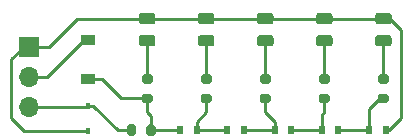
<source format=gbr>
G04 #@! TF.GenerationSoftware,KiCad,Pcbnew,(5.1.10)-1*
G04 #@! TF.CreationDate,2021-09-08T12:00:49+09:00*
G04 #@! TF.ProjectId,driver_v0.3,64726976-6572-45f7-9630-2e332e6b6963,rev?*
G04 #@! TF.SameCoordinates,Original*
G04 #@! TF.FileFunction,Copper,L1,Top*
G04 #@! TF.FilePolarity,Positive*
%FSLAX46Y46*%
G04 Gerber Fmt 4.6, Leading zero omitted, Abs format (unit mm)*
G04 Created by KiCad (PCBNEW (5.1.10)-1) date 2021-09-08 12:00:49*
%MOMM*%
%LPD*%
G01*
G04 APERTURE LIST*
G04 #@! TA.AperFunction,ComponentPad*
%ADD10O,1.700000X1.700000*%
G04 #@! TD*
G04 #@! TA.AperFunction,ComponentPad*
%ADD11R,1.700000X1.700000*%
G04 #@! TD*
G04 #@! TA.AperFunction,SMDPad,CuDef*
%ADD12R,0.450000X0.600000*%
G04 #@! TD*
G04 #@! TA.AperFunction,SMDPad,CuDef*
%ADD13R,0.600000X0.700000*%
G04 #@! TD*
G04 #@! TA.AperFunction,SMDPad,CuDef*
%ADD14R,1.200000X0.900000*%
G04 #@! TD*
G04 #@! TA.AperFunction,Conductor*
%ADD15C,0.250000*%
G04 #@! TD*
G04 APERTURE END LIST*
G04 #@! TA.AperFunction,SMDPad,CuDef*
G36*
G01*
X94725000Y-110425000D02*
X95275000Y-110425000D01*
G75*
G02*
X95475000Y-110625000I0J-200000D01*
G01*
X95475000Y-111025000D01*
G75*
G02*
X95275000Y-111225000I-200000J0D01*
G01*
X94725000Y-111225000D01*
G75*
G02*
X94525000Y-111025000I0J200000D01*
G01*
X94525000Y-110625000D01*
G75*
G02*
X94725000Y-110425000I200000J0D01*
G01*
G37*
G04 #@! TD.AperFunction*
G04 #@! TA.AperFunction,SMDPad,CuDef*
G36*
G01*
X94725000Y-108775000D02*
X95275000Y-108775000D01*
G75*
G02*
X95475000Y-108975000I0J-200000D01*
G01*
X95475000Y-109375000D01*
G75*
G02*
X95275000Y-109575000I-200000J0D01*
G01*
X94725000Y-109575000D01*
G75*
G02*
X94525000Y-109375000I0J200000D01*
G01*
X94525000Y-108975000D01*
G75*
G02*
X94725000Y-108775000I200000J0D01*
G01*
G37*
G04 #@! TD.AperFunction*
G04 #@! TA.AperFunction,SMDPad,CuDef*
G36*
G01*
X89725000Y-110425000D02*
X90275000Y-110425000D01*
G75*
G02*
X90475000Y-110625000I0J-200000D01*
G01*
X90475000Y-111025000D01*
G75*
G02*
X90275000Y-111225000I-200000J0D01*
G01*
X89725000Y-111225000D01*
G75*
G02*
X89525000Y-111025000I0J200000D01*
G01*
X89525000Y-110625000D01*
G75*
G02*
X89725000Y-110425000I200000J0D01*
G01*
G37*
G04 #@! TD.AperFunction*
G04 #@! TA.AperFunction,SMDPad,CuDef*
G36*
G01*
X89725000Y-108775000D02*
X90275000Y-108775000D01*
G75*
G02*
X90475000Y-108975000I0J-200000D01*
G01*
X90475000Y-109375000D01*
G75*
G02*
X90275000Y-109575000I-200000J0D01*
G01*
X89725000Y-109575000D01*
G75*
G02*
X89525000Y-109375000I0J200000D01*
G01*
X89525000Y-108975000D01*
G75*
G02*
X89725000Y-108775000I200000J0D01*
G01*
G37*
G04 #@! TD.AperFunction*
G04 #@! TA.AperFunction,SMDPad,CuDef*
G36*
G01*
X84725000Y-110425000D02*
X85275000Y-110425000D01*
G75*
G02*
X85475000Y-110625000I0J-200000D01*
G01*
X85475000Y-111025000D01*
G75*
G02*
X85275000Y-111225000I-200000J0D01*
G01*
X84725000Y-111225000D01*
G75*
G02*
X84525000Y-111025000I0J200000D01*
G01*
X84525000Y-110625000D01*
G75*
G02*
X84725000Y-110425000I200000J0D01*
G01*
G37*
G04 #@! TD.AperFunction*
G04 #@! TA.AperFunction,SMDPad,CuDef*
G36*
G01*
X84725000Y-108775000D02*
X85275000Y-108775000D01*
G75*
G02*
X85475000Y-108975000I0J-200000D01*
G01*
X85475000Y-109375000D01*
G75*
G02*
X85275000Y-109575000I-200000J0D01*
G01*
X84725000Y-109575000D01*
G75*
G02*
X84525000Y-109375000I0J200000D01*
G01*
X84525000Y-108975000D01*
G75*
G02*
X84725000Y-108775000I200000J0D01*
G01*
G37*
G04 #@! TD.AperFunction*
G04 #@! TA.AperFunction,SMDPad,CuDef*
G36*
G01*
X79725000Y-110425000D02*
X80275000Y-110425000D01*
G75*
G02*
X80475000Y-110625000I0J-200000D01*
G01*
X80475000Y-111025000D01*
G75*
G02*
X80275000Y-111225000I-200000J0D01*
G01*
X79725000Y-111225000D01*
G75*
G02*
X79525000Y-111025000I0J200000D01*
G01*
X79525000Y-110625000D01*
G75*
G02*
X79725000Y-110425000I200000J0D01*
G01*
G37*
G04 #@! TD.AperFunction*
G04 #@! TA.AperFunction,SMDPad,CuDef*
G36*
G01*
X79725000Y-108775000D02*
X80275000Y-108775000D01*
G75*
G02*
X80475000Y-108975000I0J-200000D01*
G01*
X80475000Y-109375000D01*
G75*
G02*
X80275000Y-109575000I-200000J0D01*
G01*
X79725000Y-109575000D01*
G75*
G02*
X79525000Y-109375000I0J200000D01*
G01*
X79525000Y-108975000D01*
G75*
G02*
X79725000Y-108775000I200000J0D01*
G01*
G37*
G04 #@! TD.AperFunction*
G04 #@! TA.AperFunction,SMDPad,CuDef*
G36*
G01*
X74725000Y-110425000D02*
X75275000Y-110425000D01*
G75*
G02*
X75475000Y-110625000I0J-200000D01*
G01*
X75475000Y-111025000D01*
G75*
G02*
X75275000Y-111225000I-200000J0D01*
G01*
X74725000Y-111225000D01*
G75*
G02*
X74525000Y-111025000I0J200000D01*
G01*
X74525000Y-110625000D01*
G75*
G02*
X74725000Y-110425000I200000J0D01*
G01*
G37*
G04 #@! TD.AperFunction*
G04 #@! TA.AperFunction,SMDPad,CuDef*
G36*
G01*
X74725000Y-108775000D02*
X75275000Y-108775000D01*
G75*
G02*
X75475000Y-108975000I0J-200000D01*
G01*
X75475000Y-109375000D01*
G75*
G02*
X75275000Y-109575000I-200000J0D01*
G01*
X74725000Y-109575000D01*
G75*
G02*
X74525000Y-109375000I0J200000D01*
G01*
X74525000Y-108975000D01*
G75*
G02*
X74725000Y-108775000I200000J0D01*
G01*
G37*
G04 #@! TD.AperFunction*
G04 #@! TA.AperFunction,SMDPad,CuDef*
G36*
G01*
X74925000Y-113775000D02*
X74925000Y-113225000D01*
G75*
G02*
X75125000Y-113025000I200000J0D01*
G01*
X75525000Y-113025000D01*
G75*
G02*
X75725000Y-113225000I0J-200000D01*
G01*
X75725000Y-113775000D01*
G75*
G02*
X75525000Y-113975000I-200000J0D01*
G01*
X75125000Y-113975000D01*
G75*
G02*
X74925000Y-113775000I0J200000D01*
G01*
G37*
G04 #@! TD.AperFunction*
G04 #@! TA.AperFunction,SMDPad,CuDef*
G36*
G01*
X73275000Y-113775000D02*
X73275000Y-113225000D01*
G75*
G02*
X73475000Y-113025000I200000J0D01*
G01*
X73875000Y-113025000D01*
G75*
G02*
X74075000Y-113225000I0J-200000D01*
G01*
X74075000Y-113775000D01*
G75*
G02*
X73875000Y-113975000I-200000J0D01*
G01*
X73475000Y-113975000D01*
G75*
G02*
X73275000Y-113775000I0J200000D01*
G01*
G37*
G04 #@! TD.AperFunction*
D10*
X65000000Y-111540000D03*
X65000000Y-109000000D03*
D11*
X65000000Y-106460000D03*
G04 #@! TA.AperFunction,SMDPad,CuDef*
G36*
G01*
X94543750Y-105450000D02*
X95456250Y-105450000D01*
G75*
G02*
X95700000Y-105693750I0J-243750D01*
G01*
X95700000Y-106181250D01*
G75*
G02*
X95456250Y-106425000I-243750J0D01*
G01*
X94543750Y-106425000D01*
G75*
G02*
X94300000Y-106181250I0J243750D01*
G01*
X94300000Y-105693750D01*
G75*
G02*
X94543750Y-105450000I243750J0D01*
G01*
G37*
G04 #@! TD.AperFunction*
G04 #@! TA.AperFunction,SMDPad,CuDef*
G36*
G01*
X94543750Y-103575000D02*
X95456250Y-103575000D01*
G75*
G02*
X95700000Y-103818750I0J-243750D01*
G01*
X95700000Y-104306250D01*
G75*
G02*
X95456250Y-104550000I-243750J0D01*
G01*
X94543750Y-104550000D01*
G75*
G02*
X94300000Y-104306250I0J243750D01*
G01*
X94300000Y-103818750D01*
G75*
G02*
X94543750Y-103575000I243750J0D01*
G01*
G37*
G04 #@! TD.AperFunction*
G04 #@! TA.AperFunction,SMDPad,CuDef*
G36*
G01*
X89543750Y-105450000D02*
X90456250Y-105450000D01*
G75*
G02*
X90700000Y-105693750I0J-243750D01*
G01*
X90700000Y-106181250D01*
G75*
G02*
X90456250Y-106425000I-243750J0D01*
G01*
X89543750Y-106425000D01*
G75*
G02*
X89300000Y-106181250I0J243750D01*
G01*
X89300000Y-105693750D01*
G75*
G02*
X89543750Y-105450000I243750J0D01*
G01*
G37*
G04 #@! TD.AperFunction*
G04 #@! TA.AperFunction,SMDPad,CuDef*
G36*
G01*
X89543750Y-103575000D02*
X90456250Y-103575000D01*
G75*
G02*
X90700000Y-103818750I0J-243750D01*
G01*
X90700000Y-104306250D01*
G75*
G02*
X90456250Y-104550000I-243750J0D01*
G01*
X89543750Y-104550000D01*
G75*
G02*
X89300000Y-104306250I0J243750D01*
G01*
X89300000Y-103818750D01*
G75*
G02*
X89543750Y-103575000I243750J0D01*
G01*
G37*
G04 #@! TD.AperFunction*
G04 #@! TA.AperFunction,SMDPad,CuDef*
G36*
G01*
X84543750Y-105450000D02*
X85456250Y-105450000D01*
G75*
G02*
X85700000Y-105693750I0J-243750D01*
G01*
X85700000Y-106181250D01*
G75*
G02*
X85456250Y-106425000I-243750J0D01*
G01*
X84543750Y-106425000D01*
G75*
G02*
X84300000Y-106181250I0J243750D01*
G01*
X84300000Y-105693750D01*
G75*
G02*
X84543750Y-105450000I243750J0D01*
G01*
G37*
G04 #@! TD.AperFunction*
G04 #@! TA.AperFunction,SMDPad,CuDef*
G36*
G01*
X84543750Y-103575000D02*
X85456250Y-103575000D01*
G75*
G02*
X85700000Y-103818750I0J-243750D01*
G01*
X85700000Y-104306250D01*
G75*
G02*
X85456250Y-104550000I-243750J0D01*
G01*
X84543750Y-104550000D01*
G75*
G02*
X84300000Y-104306250I0J243750D01*
G01*
X84300000Y-103818750D01*
G75*
G02*
X84543750Y-103575000I243750J0D01*
G01*
G37*
G04 #@! TD.AperFunction*
G04 #@! TA.AperFunction,SMDPad,CuDef*
G36*
G01*
X79543750Y-105450000D02*
X80456250Y-105450000D01*
G75*
G02*
X80700000Y-105693750I0J-243750D01*
G01*
X80700000Y-106181250D01*
G75*
G02*
X80456250Y-106425000I-243750J0D01*
G01*
X79543750Y-106425000D01*
G75*
G02*
X79300000Y-106181250I0J243750D01*
G01*
X79300000Y-105693750D01*
G75*
G02*
X79543750Y-105450000I243750J0D01*
G01*
G37*
G04 #@! TD.AperFunction*
G04 #@! TA.AperFunction,SMDPad,CuDef*
G36*
G01*
X79543750Y-103575000D02*
X80456250Y-103575000D01*
G75*
G02*
X80700000Y-103818750I0J-243750D01*
G01*
X80700000Y-104306250D01*
G75*
G02*
X80456250Y-104550000I-243750J0D01*
G01*
X79543750Y-104550000D01*
G75*
G02*
X79300000Y-104306250I0J243750D01*
G01*
X79300000Y-103818750D01*
G75*
G02*
X79543750Y-103575000I243750J0D01*
G01*
G37*
G04 #@! TD.AperFunction*
G04 #@! TA.AperFunction,SMDPad,CuDef*
G36*
G01*
X74543750Y-105450000D02*
X75456250Y-105450000D01*
G75*
G02*
X75700000Y-105693750I0J-243750D01*
G01*
X75700000Y-106181250D01*
G75*
G02*
X75456250Y-106425000I-243750J0D01*
G01*
X74543750Y-106425000D01*
G75*
G02*
X74300000Y-106181250I0J243750D01*
G01*
X74300000Y-105693750D01*
G75*
G02*
X74543750Y-105450000I243750J0D01*
G01*
G37*
G04 #@! TD.AperFunction*
G04 #@! TA.AperFunction,SMDPad,CuDef*
G36*
G01*
X74543750Y-103575000D02*
X75456250Y-103575000D01*
G75*
G02*
X75700000Y-103818750I0J-243750D01*
G01*
X75700000Y-104306250D01*
G75*
G02*
X75456250Y-104550000I-243750J0D01*
G01*
X74543750Y-104550000D01*
G75*
G02*
X74300000Y-104306250I0J243750D01*
G01*
X74300000Y-103818750D01*
G75*
G02*
X74543750Y-103575000I243750J0D01*
G01*
G37*
G04 #@! TD.AperFunction*
D12*
X70000000Y-113550000D03*
X70000000Y-111450000D03*
D13*
X93800000Y-113500000D03*
X95200000Y-113500000D03*
X89800000Y-113500000D03*
X91200000Y-113500000D03*
X85800000Y-113500000D03*
X87200000Y-113500000D03*
X81800000Y-113500000D03*
X83200000Y-113500000D03*
X77800000Y-113500000D03*
X79200000Y-113500000D03*
D14*
X70000000Y-109150000D03*
X70000000Y-105850000D03*
D15*
X70000000Y-109150000D02*
X71150000Y-109150000D01*
X72825000Y-110825000D02*
X75000000Y-110825000D01*
X71150000Y-109150000D02*
X72825000Y-110825000D01*
X75325000Y-113500000D02*
X77800000Y-113500000D01*
X75325000Y-113500000D02*
X75325000Y-112325000D01*
X75000000Y-112000000D02*
X75000000Y-110825000D01*
X75325000Y-112325000D02*
X75000000Y-112000000D01*
X65000000Y-109000000D02*
X66500000Y-109000000D01*
X69650000Y-105850000D02*
X70000000Y-105850000D01*
X66500000Y-109000000D02*
X69650000Y-105850000D01*
X79200000Y-113500000D02*
X81800000Y-113500000D01*
X79200000Y-113500000D02*
X79200000Y-112800000D01*
X80000000Y-112000000D02*
X80000000Y-110825000D01*
X79200000Y-112800000D02*
X80000000Y-112000000D01*
X83200000Y-113500000D02*
X85800000Y-113500000D01*
X85800000Y-113500000D02*
X85800000Y-112800000D01*
X85000000Y-112000000D02*
X85000000Y-110825000D01*
X85800000Y-112800000D02*
X85000000Y-112000000D01*
X89800000Y-113500000D02*
X87200000Y-113500000D01*
X89800000Y-113500000D02*
X89800000Y-112200000D01*
X90000000Y-112000000D02*
X89800000Y-112200000D01*
X90000000Y-110825000D02*
X90000000Y-112000000D01*
X95000000Y-110825000D02*
X94675000Y-110825000D01*
X93800000Y-111700000D02*
X93800000Y-113500000D01*
X94675000Y-110825000D02*
X93800000Y-111700000D01*
X93800000Y-113500000D02*
X91200000Y-113500000D01*
X75000000Y-104062500D02*
X95000000Y-104062500D01*
X95200000Y-113500000D02*
X95500000Y-113500000D01*
X95500000Y-113500000D02*
X96500000Y-112500000D01*
X96500000Y-112500000D02*
X96500000Y-105000000D01*
X95562500Y-104062500D02*
X95000000Y-104062500D01*
X96500000Y-105000000D02*
X95562500Y-104062500D01*
X66665000Y-106460000D02*
X69062500Y-104062500D01*
X65000000Y-106460000D02*
X66665000Y-106460000D01*
X69062500Y-104062500D02*
X75000000Y-104062500D01*
X70000000Y-113550000D02*
X64550000Y-113550000D01*
X64550000Y-113550000D02*
X63500000Y-112500000D01*
X63500000Y-112500000D02*
X63500000Y-107500000D01*
X64540000Y-106460000D02*
X65000000Y-106460000D01*
X63500000Y-107500000D02*
X64540000Y-106460000D01*
X69910000Y-111540000D02*
X70000000Y-111450000D01*
X65000000Y-111540000D02*
X69910000Y-111540000D01*
X70000000Y-111450000D02*
X70450000Y-111450000D01*
X72500000Y-113500000D02*
X73675000Y-113500000D01*
X70450000Y-111450000D02*
X72500000Y-113500000D01*
X75000000Y-105937500D02*
X75000000Y-109175000D01*
X80000000Y-105937500D02*
X80000000Y-109175000D01*
X85000000Y-105937500D02*
X85000000Y-109175000D01*
X90000000Y-105937500D02*
X90000000Y-109175000D01*
X95000000Y-105937500D02*
X95000000Y-109175000D01*
M02*

</source>
